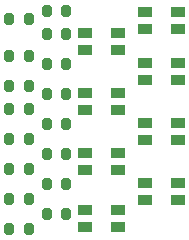
<source format=gtp>
%TF.GenerationSoftware,KiCad,Pcbnew,(6.0.0)*%
%TF.CreationDate,2022-03-13T20:48:30-04:00*%
%TF.ProjectId,dual LED board,6475616c-204c-4454-9420-626f6172642e,rev?*%
%TF.SameCoordinates,Original*%
%TF.FileFunction,Paste,Top*%
%TF.FilePolarity,Positive*%
%FSLAX46Y46*%
G04 Gerber Fmt 4.6, Leading zero omitted, Abs format (unit mm)*
G04 Created by KiCad (PCBNEW (6.0.0)) date 2022-03-13 20:48:30*
%MOMM*%
%LPD*%
G01*
G04 APERTURE LIST*
G04 Aperture macros list*
%AMRoundRect*
0 Rectangle with rounded corners*
0 $1 Rounding radius*
0 $2 $3 $4 $5 $6 $7 $8 $9 X,Y pos of 4 corners*
0 Add a 4 corners polygon primitive as box body*
4,1,4,$2,$3,$4,$5,$6,$7,$8,$9,$2,$3,0*
0 Add four circle primitives for the rounded corners*
1,1,$1+$1,$2,$3*
1,1,$1+$1,$4,$5*
1,1,$1+$1,$6,$7*
1,1,$1+$1,$8,$9*
0 Add four rect primitives between the rounded corners*
20,1,$1+$1,$2,$3,$4,$5,0*
20,1,$1+$1,$4,$5,$6,$7,0*
20,1,$1+$1,$6,$7,$8,$9,0*
20,1,$1+$1,$8,$9,$2,$3,0*%
G04 Aperture macros list end*
%ADD10RoundRect,0.200000X-0.200000X-0.275000X0.200000X-0.275000X0.200000X0.275000X-0.200000X0.275000X0*%
%ADD11R,1.200000X0.900000*%
G04 APERTURE END LIST*
D10*
%TO.C,R10*%
X161735000Y-67945000D03*
X163385000Y-67945000D03*
%TD*%
D11*
%TO.C,D8*%
X164970000Y-75221000D03*
X167770000Y-75221000D03*
X167770000Y-76671000D03*
X164970000Y-76671000D03*
%TD*%
%TO.C,D4*%
X164970000Y-65315000D03*
X167770000Y-65315000D03*
X167770000Y-66765000D03*
X164970000Y-66765000D03*
%TD*%
D10*
%TO.C,R6*%
X161735000Y-62865000D03*
X163385000Y-62865000D03*
%TD*%
%TO.C,R3*%
X158560000Y-62230000D03*
X160210000Y-62230000D03*
%TD*%
D11*
%TO.C,D7*%
X170050000Y-72935000D03*
X172850000Y-72935000D03*
X172850000Y-74385000D03*
X170050000Y-74385000D03*
%TD*%
%TO.C,D5*%
X170050000Y-67855000D03*
X172850000Y-67855000D03*
X172850000Y-69305000D03*
X170050000Y-69305000D03*
%TD*%
D10*
%TO.C,R8*%
X161735000Y-65405000D03*
X163385000Y-65405000D03*
%TD*%
D11*
%TO.C,D6*%
X164970000Y-70395000D03*
X167770000Y-70395000D03*
X167770000Y-71845000D03*
X164970000Y-71845000D03*
%TD*%
D10*
%TO.C,R2*%
X161735000Y-58420000D03*
X163385000Y-58420000D03*
%TD*%
%TO.C,R15*%
X158560000Y-76835000D03*
X160210000Y-76835000D03*
%TD*%
%TO.C,R12*%
X161735000Y-70485000D03*
X163385000Y-70485000D03*
%TD*%
%TO.C,R5*%
X158560000Y-64770000D03*
X160210000Y-64770000D03*
%TD*%
%TO.C,R13*%
X158560000Y-74295000D03*
X160210000Y-74295000D03*
%TD*%
%TO.C,R16*%
X161735000Y-75565000D03*
X163385000Y-75565000D03*
%TD*%
D11*
%TO.C,D3*%
X170050000Y-62775000D03*
X172850000Y-62775000D03*
X172850000Y-64225000D03*
X170050000Y-64225000D03*
%TD*%
D10*
%TO.C,R7*%
X158560000Y-66675000D03*
X160210000Y-66675000D03*
%TD*%
%TO.C,R14*%
X161735000Y-73025000D03*
X163385000Y-73025000D03*
%TD*%
%TO.C,R9*%
X158560000Y-69215000D03*
X160210000Y-69215000D03*
%TD*%
D11*
%TO.C,D2*%
X164970000Y-60235000D03*
X167770000Y-60235000D03*
X167770000Y-61685000D03*
X164970000Y-61685000D03*
%TD*%
D10*
%TO.C,R11*%
X158560000Y-71755000D03*
X160210000Y-71755000D03*
%TD*%
%TO.C,R1*%
X158560000Y-59055000D03*
X160210000Y-59055000D03*
%TD*%
D11*
%TO.C,D1*%
X170050000Y-58457000D03*
X172850000Y-58457000D03*
X172850000Y-59907000D03*
X170050000Y-59907000D03*
%TD*%
D10*
%TO.C,R4*%
X161735000Y-60325000D03*
X163385000Y-60325000D03*
%TD*%
M02*

</source>
